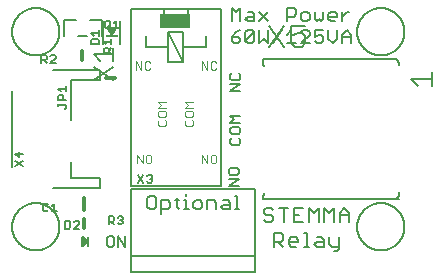
<source format=gbr>
G04 EAGLE Gerber RS-274X export*
G75*
%MOMM*%
%FSLAX34Y34*%
%LPD*%
%INSilkscreen Top*%
%IPPOS*%
%AMOC8*
5,1,8,0,0,1.08239X$1,22.5*%
G01*
%ADD10C,0.152400*%
%ADD11C,0.203200*%
%ADD12C,0.127000*%
%ADD13R,2.540000X1.270000*%
%ADD14C,0.101600*%
%ADD15C,0.177800*%
%ADD16C,0.304800*%
%ADD17R,1.000000X0.200000*%
%ADD18R,0.190500X0.889000*%
%ADD19C,0.200000*%

G36*
X64827Y8134D02*
X64827Y8134D01*
X64845Y8132D01*
X64947Y8160D01*
X65050Y8182D01*
X65065Y8191D01*
X65082Y8196D01*
X65227Y8281D01*
X70307Y12091D01*
X70310Y12094D01*
X70314Y12096D01*
X70395Y12183D01*
X70477Y12268D01*
X70479Y12272D01*
X70482Y12275D01*
X70532Y12384D01*
X70582Y12491D01*
X70582Y12495D01*
X70584Y12499D01*
X70597Y12617D01*
X70610Y12735D01*
X70610Y12739D01*
X70610Y12744D01*
X70584Y12860D01*
X70560Y12976D01*
X70557Y12980D01*
X70556Y12984D01*
X70495Y13086D01*
X70435Y13188D01*
X70431Y13191D01*
X70429Y13194D01*
X70307Y13309D01*
X65227Y17119D01*
X65211Y17127D01*
X65198Y17140D01*
X65183Y17147D01*
X65175Y17153D01*
X65125Y17173D01*
X65102Y17184D01*
X65009Y17233D01*
X64991Y17236D01*
X64975Y17243D01*
X64870Y17255D01*
X64766Y17271D01*
X64748Y17268D01*
X64731Y17270D01*
X64628Y17248D01*
X64523Y17230D01*
X64508Y17222D01*
X64490Y17218D01*
X64400Y17164D01*
X64307Y17114D01*
X64294Y17101D01*
X64279Y17092D01*
X64210Y17012D01*
X64138Y16935D01*
X64131Y16918D01*
X64119Y16905D01*
X64080Y16807D01*
X64036Y16711D01*
X64034Y16693D01*
X64027Y16677D01*
X64009Y16510D01*
X64009Y8890D01*
X64012Y8872D01*
X64010Y8855D01*
X64031Y8751D01*
X64049Y8647D01*
X64057Y8632D01*
X64061Y8614D01*
X64114Y8523D01*
X64164Y8430D01*
X64176Y8418D01*
X64186Y8402D01*
X64265Y8333D01*
X64342Y8261D01*
X64358Y8253D01*
X64372Y8241D01*
X64469Y8201D01*
X64565Y8157D01*
X64583Y8155D01*
X64599Y8148D01*
X64705Y8141D01*
X64809Y8130D01*
X64827Y8134D01*
G37*
G36*
X89651Y187860D02*
X89651Y187860D01*
X89678Y187860D01*
X89789Y187892D01*
X89902Y187918D01*
X89925Y187931D01*
X89951Y187939D01*
X90049Y188001D01*
X90150Y188057D01*
X90166Y188075D01*
X90191Y188090D01*
X90376Y188298D01*
X90380Y188302D01*
X92380Y191302D01*
X92411Y191366D01*
X92451Y191426D01*
X92472Y191494D01*
X92503Y191558D01*
X92515Y191629D01*
X92536Y191697D01*
X92538Y191768D01*
X92550Y191839D01*
X92542Y191910D01*
X92544Y191981D01*
X92526Y192050D01*
X92517Y192121D01*
X92490Y192187D01*
X92472Y192256D01*
X92435Y192317D01*
X92408Y192383D01*
X92363Y192439D01*
X92327Y192501D01*
X92275Y192550D01*
X92230Y192605D01*
X92172Y192646D01*
X92119Y192695D01*
X92056Y192728D01*
X91998Y192769D01*
X91930Y192792D01*
X91866Y192825D01*
X91807Y192835D01*
X91729Y192862D01*
X91610Y192868D01*
X91535Y192880D01*
X87535Y192880D01*
X87464Y192870D01*
X87392Y192870D01*
X87324Y192850D01*
X87254Y192840D01*
X87188Y192811D01*
X87119Y192791D01*
X87059Y192753D01*
X86994Y192724D01*
X86939Y192678D01*
X86879Y192640D01*
X86831Y192587D01*
X86777Y192541D01*
X86737Y192481D01*
X86690Y192427D01*
X86659Y192363D01*
X86620Y192304D01*
X86598Y192236D01*
X86567Y192171D01*
X86555Y192101D01*
X86534Y192033D01*
X86532Y191961D01*
X86520Y191891D01*
X86528Y191820D01*
X86526Y191749D01*
X86545Y191679D01*
X86553Y191608D01*
X86578Y191553D01*
X86598Y191474D01*
X86659Y191371D01*
X86690Y191302D01*
X88690Y188302D01*
X88767Y188215D01*
X88840Y188125D01*
X88862Y188110D01*
X88880Y188090D01*
X88977Y188028D01*
X89072Y187961D01*
X89098Y187953D01*
X89120Y187938D01*
X89231Y187906D01*
X89341Y187868D01*
X89368Y187867D01*
X89393Y187860D01*
X89509Y187860D01*
X89625Y187854D01*
X89651Y187860D01*
G37*
D10*
X191425Y100441D02*
X189985Y99001D01*
X189985Y96120D01*
X191425Y94679D01*
X197187Y94679D01*
X198628Y96120D01*
X198628Y99001D01*
X197187Y100441D01*
X189985Y105475D02*
X189985Y108356D01*
X189985Y105475D02*
X191425Y104034D01*
X197187Y104034D01*
X198628Y105475D01*
X198628Y108356D01*
X197187Y109797D01*
X191425Y109797D01*
X189985Y108356D01*
X189985Y113390D02*
X198628Y113390D01*
X192866Y116271D02*
X189985Y113390D01*
X192866Y116271D02*
X189985Y119152D01*
X198628Y119152D01*
X197358Y59987D02*
X188715Y59987D01*
X197358Y65749D01*
X188715Y65749D01*
X188715Y70783D02*
X188715Y73664D01*
X188715Y70783D02*
X190155Y69342D01*
X195917Y69342D01*
X197358Y70783D01*
X197358Y73664D01*
X195917Y75104D01*
X190155Y75104D01*
X188715Y73664D01*
X189985Y139997D02*
X198628Y139997D01*
X198628Y145759D02*
X189985Y139997D01*
X189985Y145759D02*
X198628Y145759D01*
X189985Y153674D02*
X191425Y155114D01*
X189985Y153674D02*
X189985Y150793D01*
X191425Y149352D01*
X197187Y149352D01*
X198628Y150793D01*
X198628Y153674D01*
X197187Y155114D01*
D11*
X224305Y41222D02*
X226296Y39230D01*
X224305Y41222D02*
X220322Y41222D01*
X218331Y39230D01*
X218331Y37239D01*
X220322Y35248D01*
X224305Y35248D01*
X226296Y33256D01*
X226296Y31265D01*
X224305Y29274D01*
X220322Y29274D01*
X218331Y31265D01*
X235177Y29274D02*
X235177Y41222D01*
X231194Y41222D02*
X239160Y41222D01*
X244058Y41222D02*
X252023Y41222D01*
X244058Y41222D02*
X244058Y29274D01*
X252023Y29274D01*
X248040Y35248D02*
X244058Y35248D01*
X256921Y29274D02*
X256921Y41222D01*
X260904Y37239D01*
X264886Y41222D01*
X264886Y29274D01*
X269784Y29274D02*
X269784Y41222D01*
X273767Y37239D01*
X277750Y41222D01*
X277750Y29274D01*
X282648Y29274D02*
X282648Y37239D01*
X286630Y41222D01*
X290613Y37239D01*
X290613Y29274D01*
X290613Y35248D02*
X282648Y35248D01*
X226906Y20267D02*
X226906Y8319D01*
X226906Y20267D02*
X232881Y20267D01*
X234872Y18275D01*
X234872Y14293D01*
X232881Y12301D01*
X226906Y12301D01*
X230889Y12301D02*
X234872Y8319D01*
X241761Y8319D02*
X245744Y8319D01*
X241761Y8319D02*
X239770Y10310D01*
X239770Y14293D01*
X241761Y16284D01*
X245744Y16284D01*
X247735Y14293D01*
X247735Y12301D01*
X239770Y12301D01*
X252633Y20267D02*
X254625Y20267D01*
X254625Y8319D01*
X256616Y8319D02*
X252633Y8319D01*
X263200Y16284D02*
X267183Y16284D01*
X269174Y14293D01*
X269174Y8319D01*
X263200Y8319D01*
X261209Y10310D01*
X263200Y12301D01*
X269174Y12301D01*
X274072Y10310D02*
X274072Y16284D01*
X274072Y10310D02*
X276064Y8319D01*
X282038Y8319D01*
X282038Y6327D02*
X282038Y16284D01*
X282038Y6327D02*
X280046Y4336D01*
X278055Y4336D01*
D10*
X191262Y199517D02*
X191262Y210703D01*
X194991Y206974D01*
X198719Y210703D01*
X198719Y199517D01*
X204820Y206974D02*
X208549Y206974D01*
X210413Y205110D01*
X210413Y199517D01*
X204820Y199517D01*
X202956Y201381D01*
X204820Y203246D01*
X210413Y203246D01*
X214650Y206974D02*
X222107Y199517D01*
X214650Y199517D02*
X222107Y206974D01*
X238038Y210703D02*
X238038Y199517D01*
X238038Y210703D02*
X243631Y210703D01*
X245495Y208838D01*
X245495Y205110D01*
X243631Y203246D01*
X238038Y203246D01*
X251596Y199517D02*
X255325Y199517D01*
X257189Y201381D01*
X257189Y205110D01*
X255325Y206974D01*
X251596Y206974D01*
X249732Y205110D01*
X249732Y201381D01*
X251596Y199517D01*
X261426Y201381D02*
X261426Y206974D01*
X261426Y201381D02*
X263290Y199517D01*
X265154Y201381D01*
X267019Y199517D01*
X268883Y201381D01*
X268883Y206974D01*
X274984Y199517D02*
X278713Y199517D01*
X274984Y199517D02*
X273120Y201381D01*
X273120Y205110D01*
X274984Y206974D01*
X278713Y206974D01*
X280577Y205110D01*
X280577Y203246D01*
X273120Y203246D01*
X284814Y206974D02*
X284814Y199517D01*
X284814Y203246D02*
X288542Y206974D01*
X290407Y206974D01*
X198719Y191653D02*
X194991Y189788D01*
X191262Y186060D01*
X191262Y182331D01*
X193126Y180467D01*
X196855Y180467D01*
X198719Y182331D01*
X198719Y184196D01*
X196855Y186060D01*
X191262Y186060D01*
X202956Y189788D02*
X202956Y182331D01*
X202956Y189788D02*
X204820Y191653D01*
X208549Y191653D01*
X210413Y189788D01*
X210413Y182331D01*
X208549Y180467D01*
X204820Y180467D01*
X202956Y182331D01*
X210413Y189788D01*
X214650Y191653D02*
X214650Y180467D01*
X218378Y184196D01*
X222107Y180467D01*
X222107Y191653D01*
X233801Y191653D02*
X226344Y180467D01*
X238038Y187924D02*
X241766Y191653D01*
X241766Y180467D01*
X238038Y180467D02*
X245495Y180467D01*
X249732Y180467D02*
X257189Y180467D01*
X249732Y180467D02*
X257189Y187924D01*
X257189Y189788D01*
X255325Y191653D01*
X251596Y191653D01*
X249732Y189788D01*
X261426Y191653D02*
X268883Y191653D01*
X261426Y191653D02*
X261426Y186060D01*
X265154Y187924D01*
X267019Y187924D01*
X268883Y186060D01*
X268883Y182331D01*
X267019Y180467D01*
X263290Y180467D01*
X261426Y182331D01*
X273120Y184196D02*
X273120Y191653D01*
X273120Y184196D02*
X276848Y180467D01*
X280577Y184196D01*
X280577Y191653D01*
X284814Y187924D02*
X284814Y180467D01*
X284814Y187924D02*
X288542Y191653D01*
X292271Y187924D01*
X292271Y180467D01*
X292271Y186060D02*
X284814Y186060D01*
D12*
X90344Y17153D02*
X87378Y17153D01*
X85895Y15670D01*
X85895Y9738D01*
X87378Y8255D01*
X90344Y8255D01*
X91827Y9738D01*
X91827Y15670D01*
X90344Y17153D01*
X95250Y17153D02*
X95250Y8255D01*
X101182Y8255D02*
X95250Y17153D01*
X101182Y17153D02*
X101182Y8255D01*
D10*
X121717Y51318D02*
X125446Y51318D01*
X121717Y51318D02*
X119853Y49453D01*
X119853Y41996D01*
X121717Y40132D01*
X125446Y40132D01*
X127310Y41996D01*
X127310Y49453D01*
X125446Y51318D01*
X131547Y47589D02*
X131547Y36404D01*
X131547Y47589D02*
X137140Y47589D01*
X139004Y45725D01*
X139004Y41996D01*
X137140Y40132D01*
X131547Y40132D01*
X145105Y41996D02*
X145105Y49453D01*
X145105Y41996D02*
X146969Y40132D01*
X146969Y47589D02*
X143241Y47589D01*
X151037Y47589D02*
X152901Y47589D01*
X152901Y40132D01*
X151037Y40132D02*
X154765Y40132D01*
X152901Y51318D02*
X152901Y53182D01*
X160697Y40132D02*
X164426Y40132D01*
X166290Y41996D01*
X166290Y45725D01*
X164426Y47589D01*
X160697Y47589D01*
X158833Y45725D01*
X158833Y41996D01*
X160697Y40132D01*
X170527Y40132D02*
X170527Y47589D01*
X176120Y47589D01*
X177984Y45725D01*
X177984Y40132D01*
X184085Y47589D02*
X187814Y47589D01*
X189678Y45725D01*
X189678Y40132D01*
X184085Y40132D01*
X182221Y41996D01*
X184085Y43861D01*
X189678Y43861D01*
X193915Y51318D02*
X195779Y51318D01*
X195779Y40132D01*
X193915Y40132D02*
X197643Y40132D01*
X105710Y59620D02*
X105710Y209620D01*
X105710Y59620D02*
X182310Y59620D01*
X182310Y209620D01*
X154210Y209620D01*
X154210Y196520D01*
X133810Y196520D01*
X133810Y209620D02*
X154210Y209620D01*
X133810Y209620D02*
X133810Y196520D01*
X133810Y209620D02*
X105710Y209620D01*
X169610Y186360D02*
X169610Y177470D01*
X149860Y177470D01*
X149860Y190170D01*
X137160Y190170D01*
X137160Y164770D02*
X149860Y164770D01*
X149860Y177470D01*
X137160Y177470D02*
X137160Y190170D01*
X137160Y177470D02*
X118410Y177470D01*
X137160Y177470D02*
X137160Y164770D01*
X118410Y177470D02*
X118410Y186360D01*
X137160Y190170D02*
X149860Y164770D01*
D13*
X143510Y199870D03*
D14*
X166018Y86246D02*
X166018Y79128D01*
X170763Y79128D02*
X166018Y86246D01*
X170763Y86246D02*
X170763Y79128D01*
X174689Y86246D02*
X177061Y86246D01*
X174689Y86246D02*
X173502Y85060D01*
X173502Y80314D01*
X174689Y79128D01*
X177061Y79128D01*
X178248Y80314D01*
X178248Y85060D01*
X177061Y86246D01*
X111018Y86246D02*
X111018Y79128D01*
X115763Y79128D02*
X111018Y86246D01*
X115763Y86246D02*
X115763Y79128D01*
X119689Y86246D02*
X122061Y86246D01*
X119689Y86246D02*
X118502Y85060D01*
X118502Y80314D01*
X119689Y79128D01*
X122061Y79128D01*
X123248Y80314D01*
X123248Y85060D01*
X122061Y86246D01*
X110018Y158128D02*
X110018Y165246D01*
X114763Y158128D01*
X114763Y165246D01*
X121061Y165246D02*
X122248Y164060D01*
X121061Y165246D02*
X118689Y165246D01*
X117502Y164060D01*
X117502Y159314D01*
X118689Y158128D01*
X121061Y158128D01*
X122248Y159314D01*
X166018Y158128D02*
X166018Y165246D01*
X170763Y158128D01*
X170763Y165246D01*
X177061Y165246D02*
X178248Y164060D01*
X177061Y165246D02*
X174689Y165246D01*
X173502Y164060D01*
X173502Y159314D01*
X174689Y158128D01*
X177061Y158128D01*
X178248Y159314D01*
X152698Y115741D02*
X151512Y114555D01*
X151512Y112182D01*
X152698Y110996D01*
X157444Y110996D01*
X158630Y112182D01*
X158630Y114555D01*
X157444Y115741D01*
X151512Y119666D02*
X151512Y122039D01*
X151512Y119666D02*
X152698Y118480D01*
X157444Y118480D01*
X158630Y119666D01*
X158630Y122039D01*
X157444Y123225D01*
X152698Y123225D01*
X151512Y122039D01*
X151512Y125964D02*
X158630Y125964D01*
X153885Y128337D02*
X151512Y125964D01*
X153885Y128337D02*
X151512Y130709D01*
X158630Y130709D01*
X129838Y115741D02*
X128652Y114555D01*
X128652Y112182D01*
X129838Y110996D01*
X134584Y110996D01*
X135770Y112182D01*
X135770Y114555D01*
X134584Y115741D01*
X128652Y119666D02*
X128652Y122039D01*
X128652Y119666D02*
X129838Y118480D01*
X134584Y118480D01*
X135770Y119666D01*
X135770Y122039D01*
X134584Y123225D01*
X129838Y123225D01*
X128652Y122039D01*
X128652Y125964D02*
X135770Y125964D01*
X131025Y128337D02*
X128652Y125964D01*
X131025Y128337D02*
X128652Y130709D01*
X135770Y130709D01*
D15*
X90401Y160243D02*
X74385Y149566D01*
X74385Y160243D02*
X90401Y149566D01*
X79724Y165937D02*
X74385Y171276D01*
X90401Y171276D01*
X90401Y165937D02*
X90401Y176615D01*
D11*
X49681Y187151D02*
X49681Y200279D01*
X59769Y200279D01*
X81129Y200279D02*
X81129Y187151D01*
X81129Y200279D02*
X71041Y200279D01*
X69129Y187071D02*
X61541Y187071D01*
D10*
X83947Y194269D02*
X83947Y198675D01*
X85049Y199777D01*
X87252Y199777D01*
X88353Y198675D01*
X88353Y194269D01*
X87252Y193167D01*
X85049Y193167D01*
X83947Y194269D01*
X86150Y195370D02*
X88353Y193167D01*
X91431Y197573D02*
X93634Y199777D01*
X93634Y193167D01*
X91431Y193167D02*
X95838Y193167D01*
D16*
X92900Y151130D02*
X84900Y151130D01*
D10*
X82798Y172212D02*
X89408Y172212D01*
X82798Y172212D02*
X82798Y175517D01*
X83900Y176618D01*
X86103Y176618D01*
X87205Y175517D01*
X87205Y172212D01*
X87205Y174415D02*
X89408Y176618D01*
X85002Y179696D02*
X82798Y181899D01*
X89408Y181899D01*
X89408Y179696D02*
X89408Y184103D01*
D11*
X82535Y179865D02*
X82535Y199865D01*
X96535Y199865D02*
X96535Y179865D01*
X89535Y187365D02*
X85535Y193365D01*
X93535Y193365D01*
X89535Y187365D01*
D17*
X89535Y186365D03*
D10*
X78773Y179627D02*
X72163Y179627D01*
X78773Y179627D02*
X78773Y182932D01*
X77671Y184033D01*
X73265Y184033D01*
X72163Y182932D01*
X72163Y179627D01*
X74367Y187111D02*
X72163Y189314D01*
X78773Y189314D01*
X78773Y187111D02*
X78773Y191518D01*
D16*
X66040Y49530D02*
X66040Y39370D01*
D10*
X35920Y43862D02*
X34819Y44964D01*
X32615Y44964D01*
X31514Y43862D01*
X31514Y39456D01*
X32615Y38354D01*
X34819Y38354D01*
X35920Y39456D01*
X38998Y42760D02*
X41201Y44964D01*
X41201Y38354D01*
X38998Y38354D02*
X43404Y38354D01*
D16*
X64770Y166180D02*
X64770Y174180D01*
D10*
X30244Y170694D02*
X30244Y164084D01*
X30244Y170694D02*
X33549Y170694D01*
X34650Y169592D01*
X34650Y167389D01*
X33549Y166287D01*
X30244Y166287D01*
X32447Y166287D02*
X34650Y164084D01*
X37728Y164084D02*
X42134Y164084D01*
X37728Y164084D02*
X42134Y168490D01*
X42134Y169592D01*
X41033Y170694D01*
X38829Y170694D01*
X37728Y169592D01*
D18*
X69668Y12700D03*
D10*
X50292Y23622D02*
X50292Y30232D01*
X50292Y23622D02*
X53597Y23622D01*
X54698Y24724D01*
X54698Y29130D01*
X53597Y30232D01*
X50292Y30232D01*
X57776Y23622D02*
X62183Y23622D01*
X62183Y28028D02*
X57776Y23622D01*
X62183Y28028D02*
X62183Y29130D01*
X61081Y30232D01*
X58878Y30232D01*
X57776Y29130D01*
D16*
X66040Y31940D02*
X66040Y23940D01*
D10*
X87122Y27432D02*
X87122Y34042D01*
X90427Y34042D01*
X91528Y32940D01*
X91528Y30737D01*
X90427Y29635D01*
X87122Y29635D01*
X89325Y29635D02*
X91528Y27432D01*
X94606Y32940D02*
X95708Y34042D01*
X97911Y34042D01*
X99013Y32940D01*
X99013Y31838D01*
X97911Y30737D01*
X96809Y30737D01*
X97911Y30737D02*
X99013Y29635D01*
X99013Y28534D01*
X97911Y27432D01*
X95708Y27432D01*
X94606Y28534D01*
D11*
X297500Y25400D02*
X297506Y25891D01*
X297524Y26381D01*
X297554Y26871D01*
X297596Y27360D01*
X297650Y27848D01*
X297716Y28335D01*
X297794Y28819D01*
X297884Y29302D01*
X297986Y29782D01*
X298099Y30260D01*
X298224Y30734D01*
X298361Y31206D01*
X298509Y31674D01*
X298669Y32138D01*
X298840Y32598D01*
X299022Y33054D01*
X299216Y33505D01*
X299420Y33951D01*
X299636Y34392D01*
X299862Y34828D01*
X300098Y35258D01*
X300345Y35682D01*
X300603Y36100D01*
X300871Y36511D01*
X301148Y36916D01*
X301436Y37314D01*
X301733Y37705D01*
X302040Y38088D01*
X302356Y38463D01*
X302681Y38831D01*
X303015Y39191D01*
X303358Y39542D01*
X303709Y39885D01*
X304069Y40219D01*
X304437Y40544D01*
X304812Y40860D01*
X305195Y41167D01*
X305586Y41464D01*
X305984Y41752D01*
X306389Y42029D01*
X306800Y42297D01*
X307218Y42555D01*
X307642Y42802D01*
X308072Y43038D01*
X308508Y43264D01*
X308949Y43480D01*
X309395Y43684D01*
X309846Y43878D01*
X310302Y44060D01*
X310762Y44231D01*
X311226Y44391D01*
X311694Y44539D01*
X312166Y44676D01*
X312640Y44801D01*
X313118Y44914D01*
X313598Y45016D01*
X314081Y45106D01*
X314565Y45184D01*
X315052Y45250D01*
X315540Y45304D01*
X316029Y45346D01*
X316519Y45376D01*
X317009Y45394D01*
X317500Y45400D01*
X317991Y45394D01*
X318481Y45376D01*
X318971Y45346D01*
X319460Y45304D01*
X319948Y45250D01*
X320435Y45184D01*
X320919Y45106D01*
X321402Y45016D01*
X321882Y44914D01*
X322360Y44801D01*
X322834Y44676D01*
X323306Y44539D01*
X323774Y44391D01*
X324238Y44231D01*
X324698Y44060D01*
X325154Y43878D01*
X325605Y43684D01*
X326051Y43480D01*
X326492Y43264D01*
X326928Y43038D01*
X327358Y42802D01*
X327782Y42555D01*
X328200Y42297D01*
X328611Y42029D01*
X329016Y41752D01*
X329414Y41464D01*
X329805Y41167D01*
X330188Y40860D01*
X330563Y40544D01*
X330931Y40219D01*
X331291Y39885D01*
X331642Y39542D01*
X331985Y39191D01*
X332319Y38831D01*
X332644Y38463D01*
X332960Y38088D01*
X333267Y37705D01*
X333564Y37314D01*
X333852Y36916D01*
X334129Y36511D01*
X334397Y36100D01*
X334655Y35682D01*
X334902Y35258D01*
X335138Y34828D01*
X335364Y34392D01*
X335580Y33951D01*
X335784Y33505D01*
X335978Y33054D01*
X336160Y32598D01*
X336331Y32138D01*
X336491Y31674D01*
X336639Y31206D01*
X336776Y30734D01*
X336901Y30260D01*
X337014Y29782D01*
X337116Y29302D01*
X337206Y28819D01*
X337284Y28335D01*
X337350Y27848D01*
X337404Y27360D01*
X337446Y26871D01*
X337476Y26381D01*
X337494Y25891D01*
X337500Y25400D01*
X337494Y24909D01*
X337476Y24419D01*
X337446Y23929D01*
X337404Y23440D01*
X337350Y22952D01*
X337284Y22465D01*
X337206Y21981D01*
X337116Y21498D01*
X337014Y21018D01*
X336901Y20540D01*
X336776Y20066D01*
X336639Y19594D01*
X336491Y19126D01*
X336331Y18662D01*
X336160Y18202D01*
X335978Y17746D01*
X335784Y17295D01*
X335580Y16849D01*
X335364Y16408D01*
X335138Y15972D01*
X334902Y15542D01*
X334655Y15118D01*
X334397Y14700D01*
X334129Y14289D01*
X333852Y13884D01*
X333564Y13486D01*
X333267Y13095D01*
X332960Y12712D01*
X332644Y12337D01*
X332319Y11969D01*
X331985Y11609D01*
X331642Y11258D01*
X331291Y10915D01*
X330931Y10581D01*
X330563Y10256D01*
X330188Y9940D01*
X329805Y9633D01*
X329414Y9336D01*
X329016Y9048D01*
X328611Y8771D01*
X328200Y8503D01*
X327782Y8245D01*
X327358Y7998D01*
X326928Y7762D01*
X326492Y7536D01*
X326051Y7320D01*
X325605Y7116D01*
X325154Y6922D01*
X324698Y6740D01*
X324238Y6569D01*
X323774Y6409D01*
X323306Y6261D01*
X322834Y6124D01*
X322360Y5999D01*
X321882Y5886D01*
X321402Y5784D01*
X320919Y5694D01*
X320435Y5616D01*
X319948Y5550D01*
X319460Y5496D01*
X318971Y5454D01*
X318481Y5424D01*
X317991Y5406D01*
X317500Y5400D01*
X317009Y5406D01*
X316519Y5424D01*
X316029Y5454D01*
X315540Y5496D01*
X315052Y5550D01*
X314565Y5616D01*
X314081Y5694D01*
X313598Y5784D01*
X313118Y5886D01*
X312640Y5999D01*
X312166Y6124D01*
X311694Y6261D01*
X311226Y6409D01*
X310762Y6569D01*
X310302Y6740D01*
X309846Y6922D01*
X309395Y7116D01*
X308949Y7320D01*
X308508Y7536D01*
X308072Y7762D01*
X307642Y7998D01*
X307218Y8245D01*
X306800Y8503D01*
X306389Y8771D01*
X305984Y9048D01*
X305586Y9336D01*
X305195Y9633D01*
X304812Y9940D01*
X304437Y10256D01*
X304069Y10581D01*
X303709Y10915D01*
X303358Y11258D01*
X303015Y11609D01*
X302681Y11969D01*
X302356Y12337D01*
X302040Y12712D01*
X301733Y13095D01*
X301436Y13486D01*
X301148Y13884D01*
X300871Y14289D01*
X300603Y14700D01*
X300345Y15118D01*
X300098Y15542D01*
X299862Y15972D01*
X299636Y16408D01*
X299420Y16849D01*
X299216Y17295D01*
X299022Y17746D01*
X298840Y18202D01*
X298669Y18662D01*
X298509Y19126D01*
X298361Y19594D01*
X298224Y20066D01*
X298099Y20540D01*
X297986Y21018D01*
X297884Y21498D01*
X297794Y21981D01*
X297716Y22465D01*
X297650Y22952D01*
X297596Y23440D01*
X297554Y23929D01*
X297524Y24419D01*
X297506Y24909D01*
X297500Y25400D01*
X297500Y190500D02*
X297506Y190991D01*
X297524Y191481D01*
X297554Y191971D01*
X297596Y192460D01*
X297650Y192948D01*
X297716Y193435D01*
X297794Y193919D01*
X297884Y194402D01*
X297986Y194882D01*
X298099Y195360D01*
X298224Y195834D01*
X298361Y196306D01*
X298509Y196774D01*
X298669Y197238D01*
X298840Y197698D01*
X299022Y198154D01*
X299216Y198605D01*
X299420Y199051D01*
X299636Y199492D01*
X299862Y199928D01*
X300098Y200358D01*
X300345Y200782D01*
X300603Y201200D01*
X300871Y201611D01*
X301148Y202016D01*
X301436Y202414D01*
X301733Y202805D01*
X302040Y203188D01*
X302356Y203563D01*
X302681Y203931D01*
X303015Y204291D01*
X303358Y204642D01*
X303709Y204985D01*
X304069Y205319D01*
X304437Y205644D01*
X304812Y205960D01*
X305195Y206267D01*
X305586Y206564D01*
X305984Y206852D01*
X306389Y207129D01*
X306800Y207397D01*
X307218Y207655D01*
X307642Y207902D01*
X308072Y208138D01*
X308508Y208364D01*
X308949Y208580D01*
X309395Y208784D01*
X309846Y208978D01*
X310302Y209160D01*
X310762Y209331D01*
X311226Y209491D01*
X311694Y209639D01*
X312166Y209776D01*
X312640Y209901D01*
X313118Y210014D01*
X313598Y210116D01*
X314081Y210206D01*
X314565Y210284D01*
X315052Y210350D01*
X315540Y210404D01*
X316029Y210446D01*
X316519Y210476D01*
X317009Y210494D01*
X317500Y210500D01*
X317991Y210494D01*
X318481Y210476D01*
X318971Y210446D01*
X319460Y210404D01*
X319948Y210350D01*
X320435Y210284D01*
X320919Y210206D01*
X321402Y210116D01*
X321882Y210014D01*
X322360Y209901D01*
X322834Y209776D01*
X323306Y209639D01*
X323774Y209491D01*
X324238Y209331D01*
X324698Y209160D01*
X325154Y208978D01*
X325605Y208784D01*
X326051Y208580D01*
X326492Y208364D01*
X326928Y208138D01*
X327358Y207902D01*
X327782Y207655D01*
X328200Y207397D01*
X328611Y207129D01*
X329016Y206852D01*
X329414Y206564D01*
X329805Y206267D01*
X330188Y205960D01*
X330563Y205644D01*
X330931Y205319D01*
X331291Y204985D01*
X331642Y204642D01*
X331985Y204291D01*
X332319Y203931D01*
X332644Y203563D01*
X332960Y203188D01*
X333267Y202805D01*
X333564Y202414D01*
X333852Y202016D01*
X334129Y201611D01*
X334397Y201200D01*
X334655Y200782D01*
X334902Y200358D01*
X335138Y199928D01*
X335364Y199492D01*
X335580Y199051D01*
X335784Y198605D01*
X335978Y198154D01*
X336160Y197698D01*
X336331Y197238D01*
X336491Y196774D01*
X336639Y196306D01*
X336776Y195834D01*
X336901Y195360D01*
X337014Y194882D01*
X337116Y194402D01*
X337206Y193919D01*
X337284Y193435D01*
X337350Y192948D01*
X337404Y192460D01*
X337446Y191971D01*
X337476Y191481D01*
X337494Y190991D01*
X337500Y190500D01*
X337494Y190009D01*
X337476Y189519D01*
X337446Y189029D01*
X337404Y188540D01*
X337350Y188052D01*
X337284Y187565D01*
X337206Y187081D01*
X337116Y186598D01*
X337014Y186118D01*
X336901Y185640D01*
X336776Y185166D01*
X336639Y184694D01*
X336491Y184226D01*
X336331Y183762D01*
X336160Y183302D01*
X335978Y182846D01*
X335784Y182395D01*
X335580Y181949D01*
X335364Y181508D01*
X335138Y181072D01*
X334902Y180642D01*
X334655Y180218D01*
X334397Y179800D01*
X334129Y179389D01*
X333852Y178984D01*
X333564Y178586D01*
X333267Y178195D01*
X332960Y177812D01*
X332644Y177437D01*
X332319Y177069D01*
X331985Y176709D01*
X331642Y176358D01*
X331291Y176015D01*
X330931Y175681D01*
X330563Y175356D01*
X330188Y175040D01*
X329805Y174733D01*
X329414Y174436D01*
X329016Y174148D01*
X328611Y173871D01*
X328200Y173603D01*
X327782Y173345D01*
X327358Y173098D01*
X326928Y172862D01*
X326492Y172636D01*
X326051Y172420D01*
X325605Y172216D01*
X325154Y172022D01*
X324698Y171840D01*
X324238Y171669D01*
X323774Y171509D01*
X323306Y171361D01*
X322834Y171224D01*
X322360Y171099D01*
X321882Y170986D01*
X321402Y170884D01*
X320919Y170794D01*
X320435Y170716D01*
X319948Y170650D01*
X319460Y170596D01*
X318971Y170554D01*
X318481Y170524D01*
X317991Y170506D01*
X317500Y170500D01*
X317009Y170506D01*
X316519Y170524D01*
X316029Y170554D01*
X315540Y170596D01*
X315052Y170650D01*
X314565Y170716D01*
X314081Y170794D01*
X313598Y170884D01*
X313118Y170986D01*
X312640Y171099D01*
X312166Y171224D01*
X311694Y171361D01*
X311226Y171509D01*
X310762Y171669D01*
X310302Y171840D01*
X309846Y172022D01*
X309395Y172216D01*
X308949Y172420D01*
X308508Y172636D01*
X308072Y172862D01*
X307642Y173098D01*
X307218Y173345D01*
X306800Y173603D01*
X306389Y173871D01*
X305984Y174148D01*
X305586Y174436D01*
X305195Y174733D01*
X304812Y175040D01*
X304437Y175356D01*
X304069Y175681D01*
X303709Y176015D01*
X303358Y176358D01*
X303015Y176709D01*
X302681Y177069D01*
X302356Y177437D01*
X302040Y177812D01*
X301733Y178195D01*
X301436Y178586D01*
X301148Y178984D01*
X300871Y179389D01*
X300603Y179800D01*
X300345Y180218D01*
X300098Y180642D01*
X299862Y181072D01*
X299636Y181508D01*
X299420Y181949D01*
X299216Y182395D01*
X299022Y182846D01*
X298840Y183302D01*
X298669Y183762D01*
X298509Y184226D01*
X298361Y184694D01*
X298224Y185166D01*
X298099Y185640D01*
X297986Y186118D01*
X297884Y186598D01*
X297794Y187081D01*
X297716Y187565D01*
X297650Y188052D01*
X297596Y188540D01*
X297554Y189029D01*
X297524Y189519D01*
X297506Y190009D01*
X297500Y190500D01*
D10*
X51054Y126223D02*
X49952Y125122D01*
X51054Y126223D02*
X51054Y127325D01*
X49952Y128426D01*
X44444Y128426D01*
X44444Y127325D02*
X44444Y129528D01*
X44444Y132606D02*
X51054Y132606D01*
X44444Y132606D02*
X44444Y135911D01*
X45546Y137012D01*
X47749Y137012D01*
X48851Y135911D01*
X48851Y132606D01*
X46648Y140090D02*
X44444Y142293D01*
X51054Y142293D01*
X51054Y140090D02*
X51054Y144496D01*
D11*
X5400Y190500D02*
X5406Y190991D01*
X5424Y191481D01*
X5454Y191971D01*
X5496Y192460D01*
X5550Y192948D01*
X5616Y193435D01*
X5694Y193919D01*
X5784Y194402D01*
X5886Y194882D01*
X5999Y195360D01*
X6124Y195834D01*
X6261Y196306D01*
X6409Y196774D01*
X6569Y197238D01*
X6740Y197698D01*
X6922Y198154D01*
X7116Y198605D01*
X7320Y199051D01*
X7536Y199492D01*
X7762Y199928D01*
X7998Y200358D01*
X8245Y200782D01*
X8503Y201200D01*
X8771Y201611D01*
X9048Y202016D01*
X9336Y202414D01*
X9633Y202805D01*
X9940Y203188D01*
X10256Y203563D01*
X10581Y203931D01*
X10915Y204291D01*
X11258Y204642D01*
X11609Y204985D01*
X11969Y205319D01*
X12337Y205644D01*
X12712Y205960D01*
X13095Y206267D01*
X13486Y206564D01*
X13884Y206852D01*
X14289Y207129D01*
X14700Y207397D01*
X15118Y207655D01*
X15542Y207902D01*
X15972Y208138D01*
X16408Y208364D01*
X16849Y208580D01*
X17295Y208784D01*
X17746Y208978D01*
X18202Y209160D01*
X18662Y209331D01*
X19126Y209491D01*
X19594Y209639D01*
X20066Y209776D01*
X20540Y209901D01*
X21018Y210014D01*
X21498Y210116D01*
X21981Y210206D01*
X22465Y210284D01*
X22952Y210350D01*
X23440Y210404D01*
X23929Y210446D01*
X24419Y210476D01*
X24909Y210494D01*
X25400Y210500D01*
X25891Y210494D01*
X26381Y210476D01*
X26871Y210446D01*
X27360Y210404D01*
X27848Y210350D01*
X28335Y210284D01*
X28819Y210206D01*
X29302Y210116D01*
X29782Y210014D01*
X30260Y209901D01*
X30734Y209776D01*
X31206Y209639D01*
X31674Y209491D01*
X32138Y209331D01*
X32598Y209160D01*
X33054Y208978D01*
X33505Y208784D01*
X33951Y208580D01*
X34392Y208364D01*
X34828Y208138D01*
X35258Y207902D01*
X35682Y207655D01*
X36100Y207397D01*
X36511Y207129D01*
X36916Y206852D01*
X37314Y206564D01*
X37705Y206267D01*
X38088Y205960D01*
X38463Y205644D01*
X38831Y205319D01*
X39191Y204985D01*
X39542Y204642D01*
X39885Y204291D01*
X40219Y203931D01*
X40544Y203563D01*
X40860Y203188D01*
X41167Y202805D01*
X41464Y202414D01*
X41752Y202016D01*
X42029Y201611D01*
X42297Y201200D01*
X42555Y200782D01*
X42802Y200358D01*
X43038Y199928D01*
X43264Y199492D01*
X43480Y199051D01*
X43684Y198605D01*
X43878Y198154D01*
X44060Y197698D01*
X44231Y197238D01*
X44391Y196774D01*
X44539Y196306D01*
X44676Y195834D01*
X44801Y195360D01*
X44914Y194882D01*
X45016Y194402D01*
X45106Y193919D01*
X45184Y193435D01*
X45250Y192948D01*
X45304Y192460D01*
X45346Y191971D01*
X45376Y191481D01*
X45394Y190991D01*
X45400Y190500D01*
X45394Y190009D01*
X45376Y189519D01*
X45346Y189029D01*
X45304Y188540D01*
X45250Y188052D01*
X45184Y187565D01*
X45106Y187081D01*
X45016Y186598D01*
X44914Y186118D01*
X44801Y185640D01*
X44676Y185166D01*
X44539Y184694D01*
X44391Y184226D01*
X44231Y183762D01*
X44060Y183302D01*
X43878Y182846D01*
X43684Y182395D01*
X43480Y181949D01*
X43264Y181508D01*
X43038Y181072D01*
X42802Y180642D01*
X42555Y180218D01*
X42297Y179800D01*
X42029Y179389D01*
X41752Y178984D01*
X41464Y178586D01*
X41167Y178195D01*
X40860Y177812D01*
X40544Y177437D01*
X40219Y177069D01*
X39885Y176709D01*
X39542Y176358D01*
X39191Y176015D01*
X38831Y175681D01*
X38463Y175356D01*
X38088Y175040D01*
X37705Y174733D01*
X37314Y174436D01*
X36916Y174148D01*
X36511Y173871D01*
X36100Y173603D01*
X35682Y173345D01*
X35258Y173098D01*
X34828Y172862D01*
X34392Y172636D01*
X33951Y172420D01*
X33505Y172216D01*
X33054Y172022D01*
X32598Y171840D01*
X32138Y171669D01*
X31674Y171509D01*
X31206Y171361D01*
X30734Y171224D01*
X30260Y171099D01*
X29782Y170986D01*
X29302Y170884D01*
X28819Y170794D01*
X28335Y170716D01*
X27848Y170650D01*
X27360Y170596D01*
X26871Y170554D01*
X26381Y170524D01*
X25891Y170506D01*
X25400Y170500D01*
X24909Y170506D01*
X24419Y170524D01*
X23929Y170554D01*
X23440Y170596D01*
X22952Y170650D01*
X22465Y170716D01*
X21981Y170794D01*
X21498Y170884D01*
X21018Y170986D01*
X20540Y171099D01*
X20066Y171224D01*
X19594Y171361D01*
X19126Y171509D01*
X18662Y171669D01*
X18202Y171840D01*
X17746Y172022D01*
X17295Y172216D01*
X16849Y172420D01*
X16408Y172636D01*
X15972Y172862D01*
X15542Y173098D01*
X15118Y173345D01*
X14700Y173603D01*
X14289Y173871D01*
X13884Y174148D01*
X13486Y174436D01*
X13095Y174733D01*
X12712Y175040D01*
X12337Y175356D01*
X11969Y175681D01*
X11609Y176015D01*
X11258Y176358D01*
X10915Y176709D01*
X10581Y177069D01*
X10256Y177437D01*
X9940Y177812D01*
X9633Y178195D01*
X9336Y178586D01*
X9048Y178984D01*
X8771Y179389D01*
X8503Y179800D01*
X8245Y180218D01*
X7998Y180642D01*
X7762Y181072D01*
X7536Y181508D01*
X7320Y181949D01*
X7116Y182395D01*
X6922Y182846D01*
X6740Y183302D01*
X6569Y183762D01*
X6409Y184226D01*
X6261Y184694D01*
X6124Y185166D01*
X5999Y185640D01*
X5886Y186118D01*
X5784Y186598D01*
X5694Y187081D01*
X5616Y187565D01*
X5550Y188052D01*
X5496Y188540D01*
X5454Y189029D01*
X5424Y189519D01*
X5406Y190009D01*
X5400Y190500D01*
X5400Y25400D02*
X5406Y25891D01*
X5424Y26381D01*
X5454Y26871D01*
X5496Y27360D01*
X5550Y27848D01*
X5616Y28335D01*
X5694Y28819D01*
X5784Y29302D01*
X5886Y29782D01*
X5999Y30260D01*
X6124Y30734D01*
X6261Y31206D01*
X6409Y31674D01*
X6569Y32138D01*
X6740Y32598D01*
X6922Y33054D01*
X7116Y33505D01*
X7320Y33951D01*
X7536Y34392D01*
X7762Y34828D01*
X7998Y35258D01*
X8245Y35682D01*
X8503Y36100D01*
X8771Y36511D01*
X9048Y36916D01*
X9336Y37314D01*
X9633Y37705D01*
X9940Y38088D01*
X10256Y38463D01*
X10581Y38831D01*
X10915Y39191D01*
X11258Y39542D01*
X11609Y39885D01*
X11969Y40219D01*
X12337Y40544D01*
X12712Y40860D01*
X13095Y41167D01*
X13486Y41464D01*
X13884Y41752D01*
X14289Y42029D01*
X14700Y42297D01*
X15118Y42555D01*
X15542Y42802D01*
X15972Y43038D01*
X16408Y43264D01*
X16849Y43480D01*
X17295Y43684D01*
X17746Y43878D01*
X18202Y44060D01*
X18662Y44231D01*
X19126Y44391D01*
X19594Y44539D01*
X20066Y44676D01*
X20540Y44801D01*
X21018Y44914D01*
X21498Y45016D01*
X21981Y45106D01*
X22465Y45184D01*
X22952Y45250D01*
X23440Y45304D01*
X23929Y45346D01*
X24419Y45376D01*
X24909Y45394D01*
X25400Y45400D01*
X25891Y45394D01*
X26381Y45376D01*
X26871Y45346D01*
X27360Y45304D01*
X27848Y45250D01*
X28335Y45184D01*
X28819Y45106D01*
X29302Y45016D01*
X29782Y44914D01*
X30260Y44801D01*
X30734Y44676D01*
X31206Y44539D01*
X31674Y44391D01*
X32138Y44231D01*
X32598Y44060D01*
X33054Y43878D01*
X33505Y43684D01*
X33951Y43480D01*
X34392Y43264D01*
X34828Y43038D01*
X35258Y42802D01*
X35682Y42555D01*
X36100Y42297D01*
X36511Y42029D01*
X36916Y41752D01*
X37314Y41464D01*
X37705Y41167D01*
X38088Y40860D01*
X38463Y40544D01*
X38831Y40219D01*
X39191Y39885D01*
X39542Y39542D01*
X39885Y39191D01*
X40219Y38831D01*
X40544Y38463D01*
X40860Y38088D01*
X41167Y37705D01*
X41464Y37314D01*
X41752Y36916D01*
X42029Y36511D01*
X42297Y36100D01*
X42555Y35682D01*
X42802Y35258D01*
X43038Y34828D01*
X43264Y34392D01*
X43480Y33951D01*
X43684Y33505D01*
X43878Y33054D01*
X44060Y32598D01*
X44231Y32138D01*
X44391Y31674D01*
X44539Y31206D01*
X44676Y30734D01*
X44801Y30260D01*
X44914Y29782D01*
X45016Y29302D01*
X45106Y28819D01*
X45184Y28335D01*
X45250Y27848D01*
X45304Y27360D01*
X45346Y26871D01*
X45376Y26381D01*
X45394Y25891D01*
X45400Y25400D01*
X45394Y24909D01*
X45376Y24419D01*
X45346Y23929D01*
X45304Y23440D01*
X45250Y22952D01*
X45184Y22465D01*
X45106Y21981D01*
X45016Y21498D01*
X44914Y21018D01*
X44801Y20540D01*
X44676Y20066D01*
X44539Y19594D01*
X44391Y19126D01*
X44231Y18662D01*
X44060Y18202D01*
X43878Y17746D01*
X43684Y17295D01*
X43480Y16849D01*
X43264Y16408D01*
X43038Y15972D01*
X42802Y15542D01*
X42555Y15118D01*
X42297Y14700D01*
X42029Y14289D01*
X41752Y13884D01*
X41464Y13486D01*
X41167Y13095D01*
X40860Y12712D01*
X40544Y12337D01*
X40219Y11969D01*
X39885Y11609D01*
X39542Y11258D01*
X39191Y10915D01*
X38831Y10581D01*
X38463Y10256D01*
X38088Y9940D01*
X37705Y9633D01*
X37314Y9336D01*
X36916Y9048D01*
X36511Y8771D01*
X36100Y8503D01*
X35682Y8245D01*
X35258Y7998D01*
X34828Y7762D01*
X34392Y7536D01*
X33951Y7320D01*
X33505Y7116D01*
X33054Y6922D01*
X32598Y6740D01*
X32138Y6569D01*
X31674Y6409D01*
X31206Y6261D01*
X30734Y6124D01*
X30260Y5999D01*
X29782Y5886D01*
X29302Y5784D01*
X28819Y5694D01*
X28335Y5616D01*
X27848Y5550D01*
X27360Y5496D01*
X26871Y5454D01*
X26381Y5424D01*
X25891Y5406D01*
X25400Y5400D01*
X24909Y5406D01*
X24419Y5424D01*
X23929Y5454D01*
X23440Y5496D01*
X22952Y5550D01*
X22465Y5616D01*
X21981Y5694D01*
X21498Y5784D01*
X21018Y5886D01*
X20540Y5999D01*
X20066Y6124D01*
X19594Y6261D01*
X19126Y6409D01*
X18662Y6569D01*
X18202Y6740D01*
X17746Y6922D01*
X17295Y7116D01*
X16849Y7320D01*
X16408Y7536D01*
X15972Y7762D01*
X15542Y7998D01*
X15118Y8245D01*
X14700Y8503D01*
X14289Y8771D01*
X13884Y9048D01*
X13486Y9336D01*
X13095Y9633D01*
X12712Y9940D01*
X12337Y10256D01*
X11969Y10581D01*
X11609Y10915D01*
X11258Y11258D01*
X10915Y11609D01*
X10581Y11969D01*
X10256Y12337D01*
X9940Y12712D01*
X9633Y13095D01*
X9336Y13486D01*
X9048Y13884D01*
X8771Y14289D01*
X8503Y14700D01*
X8245Y15118D01*
X7998Y15542D01*
X7762Y15972D01*
X7536Y16408D01*
X7320Y16849D01*
X7116Y17295D01*
X6922Y17746D01*
X6740Y18202D01*
X6569Y18662D01*
X6409Y19126D01*
X6261Y19594D01*
X6124Y20066D01*
X5999Y20540D01*
X5886Y21018D01*
X5784Y21498D01*
X5694Y21981D01*
X5616Y22465D01*
X5550Y22952D01*
X5496Y23440D01*
X5454Y23929D01*
X5424Y24419D01*
X5406Y24909D01*
X5400Y25400D01*
X106250Y860D02*
X106250Y56860D01*
X106250Y860D02*
X106250Y-13140D01*
X211250Y-13140D01*
X211250Y860D01*
X211250Y56860D01*
X106250Y56860D01*
X106250Y860D02*
X211250Y860D01*
D10*
X116418Y62522D02*
X112012Y69132D01*
X116418Y69132D02*
X112012Y62522D01*
X119496Y68030D02*
X120598Y69132D01*
X122801Y69132D01*
X123903Y68030D01*
X123903Y66928D01*
X122801Y65827D01*
X121699Y65827D01*
X122801Y65827D02*
X123903Y64725D01*
X123903Y63624D01*
X122801Y62522D01*
X120598Y62522D01*
X119496Y63624D01*
D11*
X5085Y75450D02*
X5085Y140450D01*
X40085Y157950D02*
X80085Y157950D01*
X80085Y149450D01*
X55085Y149450D01*
X55085Y115450D01*
X55085Y80450D02*
X55085Y66450D01*
X80085Y66450D01*
X80085Y57950D01*
X40085Y57950D01*
D10*
X14638Y80893D02*
X8028Y76487D01*
X8028Y80893D02*
X14638Y76487D01*
X14638Y87276D02*
X8028Y87276D01*
X11333Y83971D01*
X11333Y88378D01*
D19*
X333140Y48950D02*
X333140Y48450D01*
X332135Y48450D02*
X332135Y48950D01*
X333140Y48950D02*
X329894Y48950D01*
X333140Y162252D02*
X333139Y162353D01*
X333134Y162554D01*
X333124Y162753D01*
X333116Y162853D01*
X333107Y162952D01*
X333085Y163148D01*
X333057Y163341D01*
X333022Y163532D01*
X332980Y163719D01*
X332932Y163902D01*
X332905Y163992D01*
X332877Y164081D01*
X332815Y164255D01*
X332746Y164424D01*
X332671Y164588D01*
X332589Y164746D01*
X332500Y164898D01*
X332454Y164972D01*
X332406Y165044D01*
X332306Y165186D01*
X332195Y165327D01*
X332135Y165397D01*
X331779Y165792D01*
X331044Y166521D01*
X330283Y167162D01*
X329894Y167450D01*
X330283Y49247D02*
X329894Y48950D01*
X330283Y49247D02*
X331045Y49907D01*
X331779Y50654D01*
X332135Y51059D01*
X332195Y51131D01*
X332305Y51276D01*
X332406Y51421D01*
X332454Y51496D01*
X332501Y51572D01*
X332590Y51729D01*
X332672Y51893D01*
X332748Y52061D01*
X332816Y52236D01*
X332878Y52415D01*
X332907Y52506D01*
X332933Y52599D01*
X332982Y52787D01*
X333023Y52979D01*
X333058Y53175D01*
X333086Y53373D01*
X333108Y53574D01*
X333117Y53676D01*
X333124Y53777D01*
X333134Y53981D01*
X333139Y54186D01*
X333140Y54289D01*
X218140Y162950D02*
X218140Y167450D01*
X218140Y51950D02*
X218140Y48450D01*
X218141Y162876D02*
X218140Y162950D01*
X218141Y162876D02*
X218153Y162726D01*
X218176Y162574D01*
X218192Y162498D01*
X218211Y162422D01*
X218259Y162271D01*
X218320Y162122D01*
X218394Y161975D01*
X218481Y161834D01*
X218581Y161698D01*
X218636Y161632D01*
X218694Y161568D01*
X218959Y53564D02*
X218820Y53453D01*
X218694Y53332D01*
X218636Y53268D01*
X218581Y53202D01*
X218481Y53066D01*
X218394Y52925D01*
X218320Y52778D01*
X218259Y52629D01*
X218211Y52478D01*
X218192Y52402D01*
X218176Y52326D01*
X218153Y52174D01*
X218141Y52024D01*
X218140Y51950D01*
X218140Y48450D02*
X333140Y48450D01*
X329894Y167450D02*
X218140Y167450D01*
D11*
X343141Y150460D02*
X349135Y144466D01*
X343141Y150460D02*
X361124Y150460D01*
X361124Y144466D02*
X361124Y156455D01*
X235145Y177466D02*
X223156Y195449D01*
X235145Y195449D02*
X223156Y177466D01*
X241572Y195449D02*
X253561Y195449D01*
X241572Y195449D02*
X241572Y186458D01*
X247566Y189455D01*
X250563Y189455D01*
X253561Y186458D01*
X253561Y180463D01*
X250563Y177466D01*
X244569Y177466D01*
X241572Y180463D01*
M02*

</source>
